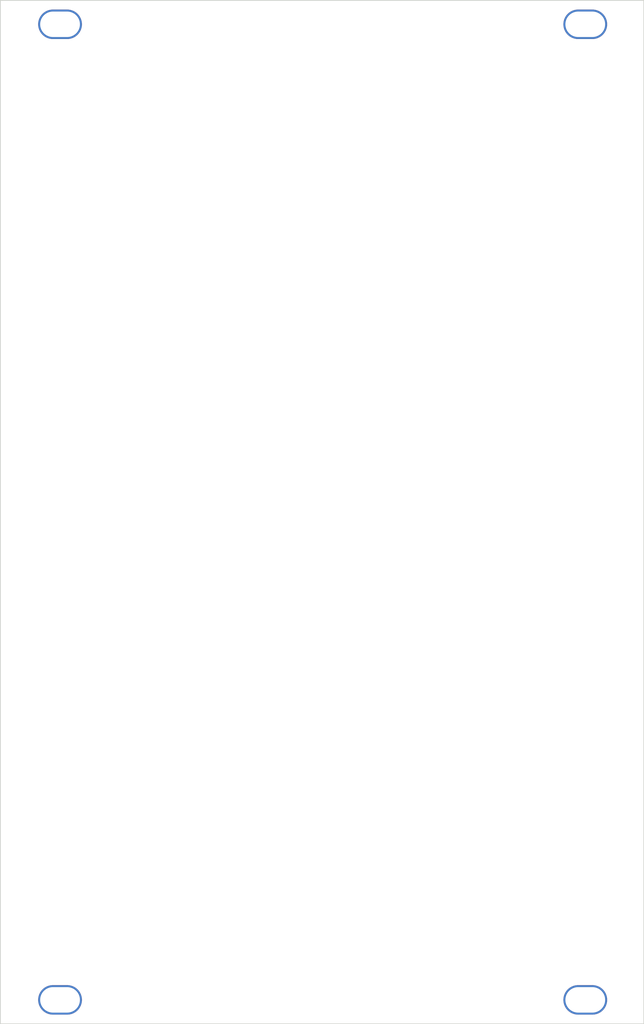
<source format=kicad_pcb>
(kicad_pcb (version 20211014) (generator pcbnew)
  (layers (0 "F.Cu" signal) (31 "B.Cu" signal) (34 "B.Paste" user) (35 "F.Paste" user) (36 "B.SilkS" user "B.Silkscreen") (37 "F.SilkS" user "F.Silkscreen") (38 "B.Mask" user) (39 "F.Mask" user) (44 "Edge.Cuts" user))
  (net 0 "")
  (footprint "" (layer "F.Cu") (at 7.5 125.5)
    (fp_text reference "" (at 0 0) (layer "F.SilkS") (effects (font (size 1.27 1.27))))
    (fp_text value "" (at 0 0) (layer "F.SilkS") (effects (font (size 1.27 1.27))))
    (pad "1" thru_hole oval (at 0 0) (size 5.5 3.7) (drill oval 5 3.2) (layers *.Cu *.Mask))
  )
  (footprint "" (layer "F.Cu") (at 73.54 3)
    (fp_text reference "" (at 0 0) (layer "F.SilkS") (effects (font (size 1.27 1.27))))
    (fp_text value "" (at 0 0) (layer "F.SilkS") (effects (font (size 1.27 1.27))))
    (pad "1" thru_hole oval (at 0 0) (size 5.5 3.7) (drill oval 5 3.2) (layers *.Cu *.Mask))
  )
  (footprint "" (layer "F.Cu") (at 7.5 3)
    (fp_text reference "" hide)
    (fp_text value "" hide)
    (pad "1" thru_hole oval (at 0 0) (size 5.5 3.7) (drill oval 5 3.2) (layers *.Cu *.Mask))
  )
  (footprint "" (layer "F.Cu") (at 73.54 125.5)
    (fp_text reference "" (at 0 0) (layer "F.SilkS") (effects (font (size 1.27 1.27))))
    (fp_text value "" (at 0 0) (layer "F.SilkS") (effects (font (size 1.27 1.27))))
    (pad "1" thru_hole oval (at 0 0) (size 5.5 3.7) (drill oval 5 3.2) (layers *.Cu *.Mask))
  )
  (gr_rect (start 0 0) (end 80.9 128.5) (layer "Edge.Cuts") (width 0.1) (fill none))
)
</source>
